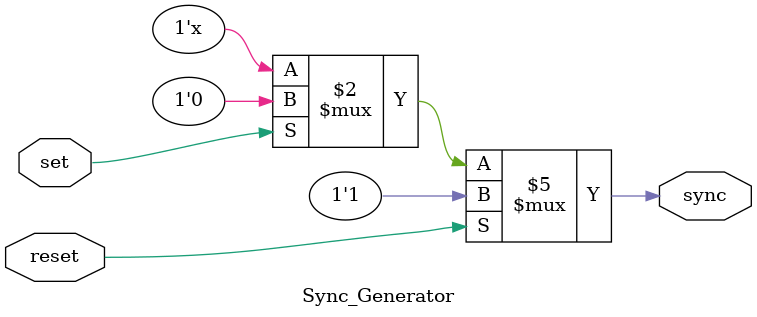
<source format=v>
module Sync_Generator(
		input 				set,
		input 			 reset,
		output reg		  sync
    );
	
	always@(*)
		if(reset) sync  <= 1;
		else if(set) sync <= 0;


endmodule

</source>
